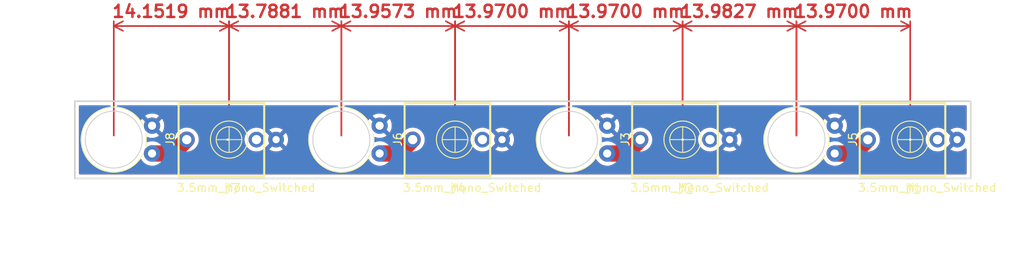
<source format=kicad_pcb>
(kicad_pcb (version 20240108) (generator "pcbnew") (generator_version "8.0")
  (layers (0 "F.Cu" signal) (31 "B.Cu" signal) (34 "B.Paste" user) (35 "F.Paste" user) (36 "B.SilkS" user "B.Silkscreen") (37 "F.SilkS" user "F.Silkscreen") (38 "B.Mask" user) (39 "F.Mask" user) (44 "Edge.Cuts" user))
  (net 0 "")
  (net 1 "/A")
  (net 2 "GND")
  (net 5 "/B")
  (net 6 "/C")
  (net 8 "/D")
  (footprint "4ms_Jack:EighthInch_PJ398SM" (layer "F.Cu") (at 150.53115 37.5)
    (property "Reference" "J4" (at -0.76 6.76 0) (layer "F.SilkS") (effects (font (size 1.2065 1.2065) (thickness 0.1524)) (justify left bottom)))
    (property "Value" "3.5mm_Mono_Switched" (at -6.51 6.51 0) (layer "F.SilkS") (effects (justify left bottom)))
    (fp_line (start -1.5 0) (end 1.5 0) (stroke (width 0.12)) (layer "F.SilkS"))
    (fp_line (start 0 1.5) (end 0 -1.5) (stroke (width 0.12)) (layer "F.SilkS"))
    (fp_circle (center -0.0127 0) (end 1.5621 0) (stroke (width 0.127)) (fill none) (layer "F.SilkS"))
    (fp_circle (center -0.0127 0) (end 2.2733 0) (stroke (width 0.127)) (fill none) (layer "F.SilkS"))
    (fp_poly (pts (xy 4.3058 -4.5) (xy 4.3058 4.5) (xy -6.2022 4.5) (xy -6.2022 -4.5)) (stroke (width 0.254)) (fill none) (layer "F.SilkS"))
    (pad "1" thru_hole circle (at -5.207 0) (size 1.9304 1.9304) (drill 1.143) (layers "*.Cu" "*.Mask") (net 6 "/C"))
    (pad "2" thru_hole circle (at 5.7658 0) (size 1.9304 1.9304) (drill 0.889) (layers "*.Cu" "*.Mask") (net 2 "GND"))
    (pad "3" thru_hole circle (at 3.3528 0) (size 1.9304 1.9304) (drill 1.143) (layers "*.Cu" "*.Mask"))
  )
  (footprint "258d lib:Switchcraft_41" (layer "F.Cu") (at 164.50115 37.5 90)
    (property "Reference" "J3" (at 0.028158 6.930949 -90) (layer "F.SilkS"))
    (property "Value" "TiniJax")
    (fp_arc (start 0 -4) (mid 3.892996 -0.919011) (end 1.788854 3.577709) (stroke (width 0.12)) (layer "F.SilkS"))
    (fp_arc (start -1.788854 3.577709) (mid -3.892996 -0.919011) (end 0 -4) (stroke (width 0.12)) (layer "F.SilkS"))
    (fp_arc (start 0.784465 3.922323) (mid 0.394151 3.980534) (end 0 4) (stroke (width 0.12)) (layer "F.SilkS"))
    (fp_arc (start 0 4) (mid -0.394151 3.980534) (end -0.784465 3.922323) (stroke (width 0.12)) (layer "F.SilkS"))
    (fp_circle (center 0 0) (end 3.5 0) (stroke (width 0.12)) (fill none) (layer "Edge.Cuts"))
    (pad "1" thru_hole circle (at -1.710101 4.698463 270) (size 2 2) (drill 1) (layers "*.Cu" "*.Mask") (net 5 "/B"))
    (pad "2" thru_hole circle (at 1.710101 4.698463 270) (size 2 2) (drill 1) (layers "*.Cu" "*.Mask") (net 2 "GND"))
  )
  (footprint "258d lib:Switchcraft_41" (layer "F.Cu") (at 192.44115 37.5 90)
    (property "Reference" "J5" (at 0.028158 6.930949 -90) (layer "F.SilkS"))
    (property "Value" "TiniJax")
    (fp_arc (start 0 -4) (mid 3.892996 -0.919011) (end 1.788854 3.577709) (stroke (width 0.12)) (layer "F.SilkS"))
    (fp_arc (start -1.788854 3.577709) (mid -3.892996 -0.919011) (end 0 -4) (stroke (width 0.12)) (layer "F.SilkS"))
    (fp_arc (start 0.784465 3.922323) (mid 0.394151 3.980534) (end 0 4) (stroke (width 0.12)) (layer "F.SilkS"))
    (fp_arc (start 0 4) (mid -0.394151 3.980534) (end -0.784465 3.922323) (stroke (width 0.12)) (layer "F.SilkS"))
    (fp_circle (center 0 0) (end 3.5 0) (stroke (width 0.12)) (fill none) (layer "Edge.Cuts"))
    (pad "1" thru_hole circle (at -1.710101 4.698463 270) (size 2 2) (drill 1) (layers "*.Cu" "*.Mask") (net 1 "/A"))
    (pad "2" thru_hole circle (at 1.710101 4.698463 270) (size 2 2) (drill 1) (layers "*.Cu" "*.Mask") (net 2 "GND"))
  )
  (footprint "4ms_Jack:EighthInch_PJ398SM" (layer "F.Cu") (at 178.47115 37.5)
    (property "Reference" "J2" (at -0.76 6.76 0) (layer "F.SilkS") (effects (font (size 1.2065 1.2065) (thickness 0.1524)) (justify left bottom)))
    (property "Value" "3.5mm_Mono_Switched" (at -6.51 6.51 0) (layer "F.SilkS") (effects (justify left bottom)))
    (fp_line (start -1.5 0) (end 1.5 0) (stroke (width 0.12)) (layer "F.SilkS"))
    (fp_line (start 0 1.5) (end 0 -1.5) (stroke (width 0.12)) (layer "F.SilkS"))
    (fp_circle (center -0.0127 0) (end 1.5621 0) (stroke (width 0.127)) (fill none) (layer "F.SilkS"))
    (fp_circle (center -0.0127 0) (end 2.2733 0) (stroke (width 0.127)) (fill none) (layer "F.SilkS"))
    (fp_poly (pts (xy 4.3058 -4.5) (xy 4.3058 4.5) (xy -6.2022 4.5) (xy -6.2022 -4.5)) (stroke (width 0.254)) (fill none) (layer "F.SilkS"))
    (pad "1" thru_hole circle (at -5.207 0) (size 1.9304 1.9304) (drill 1.143) (layers "*.Cu" "*.Mask") (net 5 "/B"))
    (pad "2" thru_hole circle (at 5.7658 0) (size 1.9304 1.9304) (drill 0.889) (layers "*.Cu" "*.Mask") (net 2 "GND"))
    (pad "3" thru_hole circle (at 3.3528 0) (size 1.9304 1.9304) (drill 1.143) (layers "*.Cu" "*.Mask"))
  )
  (footprint "258d lib:Switchcraft_41" (layer "F.Cu") (at 136.56115 37.5 90)
    (property "Reference" "J6" (at 0.028158 6.930949 -90) (layer "F.SilkS"))
    (property "Value" "TiniJax")
    (fp_arc (start 0 -4) (mid 3.892996 -0.919011) (end 1.788854 3.577709) (stroke (width 0.12)) (layer "F.SilkS"))
    (fp_arc (start -1.788854 3.577709) (mid -3.892996 -0.919011) (end 0 -4) (stroke (width 0.12)) (layer "F.SilkS"))
    (fp_arc (start 0.784465 3.922323) (mid 0.394151 3.980534) (end 0 4) (stroke (width 0.12)) (layer "F.SilkS"))
    (fp_arc (start 0 4) (mid -0.394151 3.980534) (end -0.784465 3.922323) (stroke (width 0.12)) (layer "F.SilkS"))
    (fp_circle (center 0 0) (end 3.5 0) (stroke (width 0.12)) (fill none) (layer "Edge.Cuts"))
    (pad "1" thru_hole circle (at -1.710101 4.698463 270) (size 2 2) (drill 1) (layers "*.Cu" "*.Mask") (net 6 "/C"))
    (pad "2" thru_hole circle (at 1.710101 4.698463 270) (size 2 2) (drill 1) (layers "*.Cu" "*.Mask") (net 2 "GND"))
  )
  (footprint "4ms_Jack:EighthInch_PJ398SM" (layer "F.Cu") (at 206.41115 37.5)
    (property "Reference" "J1" (at -0.76 6.76 0) (layer "F.SilkS") (effects (font (size 1.2065 1.2065) (thickness 0.1524)) (justify left bottom)))
    (property "Value" "3.5mm_Mono_Switched" (at -6.51 6.51 0) (layer "F.SilkS") (effects (justify left bottom)))
    (fp_line (start -1.5 0) (end 1.5 0) (stroke (width 0.12)) (layer "F.SilkS"))
    (fp_line (start 0 1.5) (end 0 -1.5) (stroke (width 0.12)) (layer "F.SilkS"))
    (fp_circle (center -0.0127 0) (end 1.5621 0) (stroke (width 0.127)) (fill none) (layer "F.SilkS"))
    (fp_circle (center -0.0127 0) (end 2.2733 0) (stroke (width 0.127)) (fill none) (layer "F.SilkS"))
    (fp_poly (pts (xy 4.3058 -4.5) (xy 4.3058 4.5) (xy -6.2022 4.5) (xy -6.2022 -4.5)) (stroke (width 0.254)) (fill none) (layer "F.SilkS"))
    (pad "1" thru_hole circle (at -5.207 0) (size 1.9304 1.9304) (drill 1.143) (layers "*.Cu" "*.Mask") (net 1 "/A"))
    (pad "2" thru_hole circle (at 5.7658 0) (size 1.9304 1.9304) (drill 0.889) (layers "*.Cu" "*.Mask") (net 2 "GND"))
    (pad "3" thru_hole circle (at 3.3528 0) (size 1.9304 1.9304) (drill 1.143) (layers "*.Cu" "*.Mask"))
  )
  (footprint "258d lib:Switchcraft_41" (layer "F.Cu") (at 108.62115 37.5 90)
    (property "Reference" "J8" (at 0.028158 6.930949 -90) (layer "F.SilkS"))
    (property "Value" "TiniJax")
    (fp_arc (start 0 -4) (mid 3.892996 -0.919011) (end 1.788854 3.577709) (stroke (width 0.12)) (layer "F.SilkS"))
    (fp_arc (start -1.788854 3.577709) (mid -3.892996 -0.919011) (end 0 -4) (stroke (width 0.12)) (layer "F.SilkS"))
    (fp_arc (start 0.784465 3.922323) (mid 0.394151 3.980534) (end 0 4) (stroke (width 0.12)) (layer "F.SilkS"))
    (fp_arc (start 0 4) (mid -0.394151 3.980534) (end -0.784465 3.922323) (stroke (width 0.12)) (layer "F.SilkS"))
    (fp_circle (center 0 0) (end 3.5 0) (stroke (width 0.12)) (fill none) (layer "Edge.Cuts"))
    (pad "1" thru_hole circle (at -1.710101 4.698463 270) (size 2 2) (drill 1) (layers "*.Cu" "*.Mask") (net 8 "/D"))
    (pad "2" thru_hole circle (at 1.710101 4.698463 270) (size 2 2) (drill 1) (layers "*.Cu" "*.Mask") (net 2 "GND"))
  )
  (footprint "4ms_Jack:EighthInch_PJ398SM" (layer "F.Cu") (at 122.785715 37.5)
    (property "Reference" "J7" (at -0.76 6.76 0) (layer "F.SilkS") (effects (font (size 1.2065 1.2065) (thickness 0.1524)) (justify left bottom)))
    (property "Value" "3.5mm_Mono_Switched" (at -6.51 6.51 0) (layer "F.SilkS") (effects (justify left bottom)))
    (fp_line (start -1.5 0) (end 1.5 0) (stroke (width 0.12)) (layer "F.SilkS"))
    (fp_line (start 0 1.5) (end 0 -1.5) (stroke (width 0.12)) (layer "F.SilkS"))
    (fp_circle (center -0.0127 0) (end 1.5621 0) (stroke (width 0.127)) (fill none) (layer "F.SilkS"))
    (fp_circle (center -0.0127 0) (end 2.2733 0) (stroke (width 0.127)) (fill none) (layer "F.SilkS"))
    (fp_poly (pts (xy 4.3058 -4.5) (xy 4.3058 4.5) (xy -6.2022 4.5) (xy -6.2022 -4.5)) (stroke (width 0.254)) (fill none) (layer "F.SilkS"))
    (pad "1" thru_hole circle (at -5.207 0) (size 1.9304 1.9304) (drill 1.143) (layers "*.Cu" "*.Mask") (net 8 "/D"))
    (pad "2" thru_hole circle (at 5.7658 0) (size 1.9304 1.9304) (drill 0.889) (layers "*.Cu" "*.Mask") (net 2 "GND"))
    (pad "3" thru_hole circle (at 3.3528 0) (size 1.9304 1.9304) (drill 1.143) (layers "*.Cu" "*.Mask"))
  )
  (gr_rect (start 103.84 32.78) (end 213.84 42.28) (stroke (width 0.2)) (fill none) (layer "Edge.Cuts"))
  (dimension (type aligned) (layer "F.Cu") (pts (xy 136.56115 37.5) (xy 150.51845 37.5)) (height -13.97) (gr_text "13.9573 mm" (at 143.5398 21.73 0) (layer "F.Cu") (effects (font (size 1.5 1.5) (thickness 0.3)))) (format (prefix "") (suffix "") (units 3) (units_format 1) (precision 4)) (style (thickness 0.2) (arrow_length 1.27) (text_position_mode 0) (extension_height 0.58642) (extension_offset 0.5) keep_text_aligned))
  (dimension (type aligned) (layer "F.Cu") (pts (xy 108.62115 37.5) (xy 122.773015 37.5)) (height -13.97) (gr_text "14.1519 mm" (at 115.697083 21.73 0) (layer "F.Cu") (effects (font (size 1.5 1.5) (thickness 0.3)))) (format (prefix "") (suffix "") (units 3) (units_format 1) (precision 4)) (style (thickness 0.2) (arrow_length 1.27) (text_position_mode 0) (extension_height 0.58642) (extension_offset 0.5) keep_text_aligned))
  (dimension (type aligned) (layer "F.Cu") (pts (xy 178.45845 37.5) (xy 192.44115 37.5)) (height -13.97) (gr_text "13.9827 mm" (at 185.4498 21.73 0) (layer "F.Cu") (effects (font (size 1.5 1.5) (thickness 0.3)))) (format (prefix "") (suffix "") (units 3) (units_format 1) (precision 4)) (style (thickness 0.2) (arrow_length 1.27) (text_position_mode 0) (extension_height 0.58642) (extension_offset 0.5) keep_text_aligned))
  (dimension (type aligned) (layer "F.Cu") (pts (xy 164.50115 37.5) (xy 178.47115 37.5)) (height -13.97) (gr_text "13.9700 mm" (at 171.48615 21.73 0) (layer "F.Cu") (effects (font (size 1.5 1.5) (thickness 0.3)))) (format (prefix "") (suffix "") (units 3) (units_format 1) (precision 4)) (style (thickness 0.2) (arrow_length 1.27) (text_position_mode 0) (extension_height 0.58642) (extension_offset 0.5) keep_text_aligned))
  (dimension (type aligned) (layer "F.Cu") (pts (xy 192.44115 37.5) (xy 206.41115 37.5)) (height -13.97) (gr_text "13.9700 mm" (at 199.42615 21.73 0) (layer "F.Cu") (effects (font (size 1.5 1.5) (thickness 0.3)))) (format (prefix "") (suffix "") (units 3) (units_format 1) (precision 4)) (style (thickness 0.2) (arrow_length 1.27) (text_position_mode 0) (extension_height 0.58642) (extension_offset 0.5) keep_text_aligned))
  (dimension (type aligned) (layer "F.Cu") (pts (xy 150.53115 37.5) (xy 164.50115 37.5)) (height -13.97) (gr_text "13.9700 mm" (at 157.51615 21.73 0) (layer "F.Cu") (effects (font (size 1.5 1.5) (thickness 0.3)))) (format (prefix "") (suffix "") (units 3) (units_format 1) (precision 4)) (style (thickness 0.2) (arrow_length 1.27) (text_position_mode 0) (extension_height 0.58642) (extension_offset 0.5) keep_text_aligned))
  (dimension (type aligned) (layer "F.Cu") (pts (xy 122.773015 37.5) (xy 136.56115 37.5)) (height -13.97) (gr_text "13.7881 mm" (at 129.667083 21.73 0) (layer "F.Cu") (effects (font (size 1.5 1.5) (thickness 0.3)))) (format (prefix "") (suffix "") (units 3) (units_format 1) (precision 4)) (style (thickness 0.2) (arrow_length 1.27) (text_position_mode 0) (extension_height 0.58642) (extension_offset 0.5) keep_text_aligned))
  (segment (start 199.494049 39.210101) (end 201.20415 37.5) (width 2) (layer "F.Cu") (net 1))
  (segment (start 197.139613 39.210101) (end 199.494049 39.210101) (width 2) (layer "F.Cu") (net 1))
  (via (at 122.59115 37.5) (size 0.6) (drill 0.3) (layers "F.Cu" "B.Cu") (net 2))
  (via (at 178.47115 37.5) (size 0.6) (drill 0.3) (layers "F.Cu" "B.Cu") (net 2))
  (via (at 206.41115 37.5) (size 0.6) (drill 0.3) (layers "F.Cu" "B.Cu") (net 2))
  (segment (start 171.554049 39.210101) (end 173.26415 37.5) (width 2) (layer "F.Cu") (net 5))
  (segment (start 169.199613 39.210101) (end 171.554049 39.210101) (width 2) (layer "F.Cu") (net 5))
  (segment (start 141.259613 39.210101) (end 143.614049 39.210101) (width 2) (layer "F.Cu") (net 6))
  (segment (start 143.614049 39.210101) (end 145.32415 37.5) (width 2) (layer "F.Cu") (net 6))
  (segment (start 115.868614 39.210101) (end 117.578715 37.5) (width 2) (layer "F.Cu") (net 8))
  (segment (start 113.319613 39.210101) (end 115.868614 39.210101) (width 2) (layer "F.Cu") (net 8))
  (zone (net 2) (net_name "GND") (layers "F&B.Cu") (connect_pads (clearance 0.5)) (min_thickness 0.25) (fill yes (thermal_gap 0.5) (thermal_bridge_width 0.5))
    (polygon (pts (xy 220.38115 51.47) (xy 94.65115 51.47) (xy 94.65115 23.53) (xy 220.38115 23.53)))
  )
)
</source>
